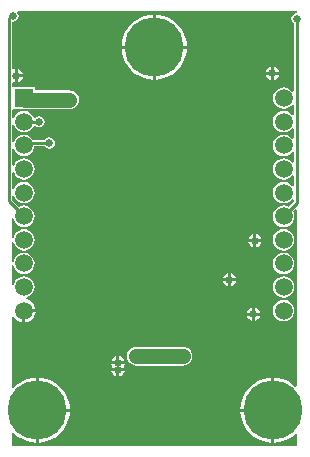
<source format=gbl>
%FSLAX24Y24*%
%MOIN*%
%SFA1B1*%

%IPPOS*%
%ADD15C,0.010000*%
%ADD17R,0.059100X0.059100*%
%ADD18C,0.059100*%
%ADD19C,0.196900*%
%ADD21C,0.025000*%
%ADD22C,0.050000*%
%LNpcb1-1*%
%LPD*%
G36*
X9750Y14687D02*
X9685Y14674D01*
X9623Y14633*
X9582Y14572*
X9568Y14500*
X9582Y14428*
X9623Y14367*
X9645Y14352*
Y12082*
X9595Y12065*
X9565Y12103*
X9491Y12160*
X9404Y12196*
X9311Y12208*
X9219Y12196*
X9132Y12160*
X9058Y12103*
X9001Y12029*
X8965Y11943*
X8953Y11850*
X8965Y11757*
X9001Y11671*
X9058Y11597*
X9132Y11540*
X9219Y11504*
X9311Y11492*
X9404Y11504*
X9491Y11540*
X9565Y11597*
X9595Y11635*
X9645Y11618*
Y11294*
X9595Y11277*
X9565Y11316*
X9491Y11373*
X9404Y11409*
X9311Y11421*
X9219Y11409*
X9132Y11373*
X9058Y11316*
X9001Y11242*
X8965Y11155*
X8953Y11063*
X8965Y10970*
X9001Y10883*
X9058Y10809*
X9132Y10752*
X9219Y10716*
X9311Y10704*
X9404Y10716*
X9491Y10752*
X9565Y10809*
X9595Y10848*
X9645Y10831*
Y10507*
X9595Y10490*
X9565Y10529*
X9491Y10586*
X9404Y10621*
X9311Y10634*
X9219Y10621*
X9132Y10586*
X9058Y10529*
X9001Y10454*
X8965Y10368*
X8953Y10275*
X8965Y10182*
X9001Y10096*
X9058Y10022*
X9132Y9965*
X9219Y9929*
X9311Y9917*
X9404Y9929*
X9491Y9965*
X9565Y10022*
X9595Y10061*
X9645Y10044*
Y9719*
X9595Y9702*
X9565Y9741*
X9491Y9798*
X9404Y9834*
X9311Y9846*
X9219Y9834*
X9132Y9798*
X9058Y9741*
X9001Y9667*
X8965Y9581*
X8953Y9488*
X8965Y9395*
X9001Y9309*
X9058Y9234*
X9132Y9177*
X9219Y9142*
X9311Y9129*
X9404Y9142*
X9491Y9177*
X9565Y9234*
X9595Y9273*
X9645Y9256*
Y8932*
X9595Y8915*
X9565Y8954*
X9491Y9011*
X9404Y9047*
X9311Y9059*
X9219Y9047*
X9132Y9011*
X9058Y8954*
X9001Y8880*
X8965Y8793*
X8953Y8700*
X8965Y8608*
X9001Y8521*
X9058Y8447*
X9132Y8390*
X9219Y8354*
X9311Y8342*
X9404Y8354*
X9491Y8390*
X9565Y8447*
X9595Y8486*
X9645Y8469*
Y8405*
X9471Y8231*
X9404Y8259*
X9311Y8271*
X9219Y8259*
X9132Y8223*
X9058Y8166*
X9001Y8092*
X8965Y8006*
X8953Y7913*
X8965Y7820*
X9001Y7734*
X9058Y7660*
X9132Y7603*
X9219Y7567*
X9311Y7555*
X9404Y7567*
X9491Y7603*
X9565Y7660*
X9622Y7734*
X9658Y7820*
X9670Y7913*
X9658Y8006*
X9630Y8073*
X9704Y8147*
X9750Y8128*
Y2258*
X9700Y2235*
X9589Y2330*
X9444Y2419*
X9286Y2484*
X9120Y2524*
X9000Y2534*
Y1450*
Y366*
X9120Y376*
X9286Y416*
X9444Y481*
X9589Y570*
X9700Y665*
X9750Y642*
Y250*
X250*
Y703*
X297Y721*
X331Y681*
X461Y570*
X606Y481*
X764Y416*
X930Y376*
X1050Y366*
Y1450*
Y2534*
X930Y2524*
X764Y2484*
X606Y2419*
X461Y2330*
X331Y2219*
X297Y2179*
X250Y2197*
Y4566*
X300Y4575*
X305Y4564*
X368Y4481*
X451Y4418*
X547Y4378*
X600Y4371*
Y4763*
X650*
Y4813*
X1042*
X1035Y4867*
X995Y4963*
X932Y5045*
X849Y5109*
X753Y5148*
X726Y5152*
Y5202*
X743Y5205*
X829Y5240*
X903Y5297*
X960Y5372*
X996Y5458*
X1008Y5551*
X996Y5644*
X960Y5730*
X903Y5804*
X829Y5861*
X743Y5897*
X650Y5909*
X557Y5897*
X471Y5861*
X397Y5804*
X340Y5730*
X304Y5644*
X300Y5614*
X250Y5617*
Y6272*
X300Y6275*
X304Y6245*
X340Y6159*
X397Y6085*
X471Y6028*
X557Y5992*
X650Y5980*
X743Y5992*
X829Y6028*
X903Y6085*
X960Y6159*
X996Y6245*
X1008Y6338*
X996Y6431*
X960Y6517*
X903Y6592*
X829Y6649*
X743Y6684*
X650Y6697*
X557Y6684*
X471Y6649*
X397Y6592*
X340Y6517*
X304Y6431*
X300Y6402*
X250Y6405*
Y7059*
X300Y7062*
X304Y7033*
X340Y6946*
X397Y6872*
X471Y6815*
X557Y6779*
X650Y6767*
X743Y6779*
X829Y6815*
X903Y6872*
X960Y6946*
X996Y7033*
X1008Y7126*
X996Y7218*
X960Y7305*
X903Y7379*
X829Y7436*
X743Y7472*
X650Y7484*
X557Y7472*
X471Y7436*
X397Y7379*
X340Y7305*
X304Y7218*
X300Y7189*
X250Y7192*
Y7846*
X300Y7850*
X304Y7820*
X340Y7734*
X397Y7660*
X471Y7603*
X557Y7567*
X650Y7555*
X743Y7567*
X829Y7603*
X903Y7660*
X960Y7734*
X996Y7820*
X1008Y7913*
X996Y8006*
X960Y8092*
X903Y8166*
X829Y8223*
X743Y8259*
X650Y8271*
X557Y8259*
X490Y8231*
X262Y8459*
Y8578*
X312Y8588*
X340Y8521*
X397Y8447*
X471Y8390*
X557Y8354*
X650Y8342*
X743Y8354*
X829Y8390*
X903Y8447*
X960Y8521*
X996Y8608*
X1008Y8700*
X996Y8793*
X960Y8880*
X903Y8954*
X829Y9011*
X743Y9047*
X650Y9059*
X557Y9047*
X471Y9011*
X397Y8954*
X340Y8880*
X312Y8813*
X262Y8823*
Y9365*
X312Y9375*
X340Y9309*
X397Y9234*
X471Y9177*
X557Y9142*
X650Y9129*
X743Y9142*
X829Y9177*
X903Y9234*
X960Y9309*
X996Y9395*
X1008Y9488*
X996Y9581*
X960Y9667*
X903Y9741*
X829Y9798*
X743Y9834*
X650Y9846*
X557Y9834*
X471Y9798*
X397Y9741*
X340Y9667*
X312Y9601*
X262Y9610*
Y10152*
X312Y10162*
X340Y10096*
X397Y10022*
X471Y9965*
X557Y9929*
X650Y9917*
X743Y9929*
X829Y9965*
X903Y10022*
X960Y10096*
X996Y10182*
X1003Y10238*
X1352*
X1367Y10217*
X1428Y10176*
X1500Y10161*
X1572Y10176*
X1633Y10217*
X1674Y10278*
X1689Y10350*
X1674Y10422*
X1633Y10483*
X1572Y10524*
X1500Y10539*
X1428Y10524*
X1367Y10483*
X1352Y10462*
X954*
X903Y10529*
X829Y10586*
X743Y10621*
X650Y10634*
X557Y10621*
X471Y10586*
X397Y10529*
X340Y10454*
X312Y10388*
X262Y10398*
Y10940*
X312Y10950*
X340Y10883*
X397Y10809*
X471Y10752*
X557Y10716*
X650Y10704*
X743Y10716*
X829Y10752*
X903Y10809*
X960Y10883*
X975Y10920*
X1027Y10929*
X1033Y10927*
X1090Y10888*
X1163Y10874*
X1235Y10888*
X1296Y10929*
X1337Y10990*
X1351Y11063*
X1337Y11135*
X1296Y11196*
X1235Y11237*
X1163Y11251*
X1090Y11237*
X1033Y11198*
X1027Y11196*
X975Y11205*
X960Y11242*
X903Y11316*
X829Y11373*
X743Y11409*
X650Y11421*
X557Y11409*
X471Y11373*
X397Y11316*
X340Y11242*
X312Y11175*
X262Y11185*
Y11458*
X295Y11495*
X312*
X644*
X700Y11487*
X2168*
X2249Y11498*
X2325Y11529*
X2390Y11579*
X2439Y11644*
X2471Y11719*
X2481Y11800*
X2471Y11881*
X2439Y11956*
X2390Y12021*
X2325Y12071*
X2249Y12102*
X2168Y12113*
X1005*
Y12205*
X312*
X295*
X262Y12242*
Y12368*
X306Y12392*
X312Y12388*
X350Y12381*
Y12600*
Y12819*
X312Y12812*
X306Y12808*
X262Y12832*
Y14378*
X285Y14396*
X357Y14410*
X418Y14451*
X459Y14512*
X473Y14585*
X459Y14657*
X430Y14700*
X453Y14750*
X9750*
Y14687*
G37*
%LNpcb1-2*%
%LPC*%
G36*
X8250Y4600D02*
X8081D01*
X8088Y4562*
X8138Y4488*
X8212Y4438*
X8250Y4431*
Y4600*
G37*
G36*
X9311Y5122D02*
X9219Y5110D01*
X9132Y5074*
X9058Y5017*
X9001Y4943*
X8965Y4856*
X8953Y4763*
X8965Y4671*
X9001Y4584*
X9058Y4510*
X9132Y4453*
X9219Y4417*
X9311Y4405*
X9404Y4417*
X9491Y4453*
X9565Y4510*
X9622Y4584*
X9658Y4671*
X9670Y4763*
X9658Y4856*
X9622Y4943*
X9565Y5017*
X9491Y5074*
X9404Y5110*
X9311Y5122*
G37*
G36*
X1042Y4713D02*
X700D01*
Y4371*
X753Y4378*
X849Y4418*
X932Y4481*
X995Y4564*
X1035Y4660*
X1042Y4713*
G37*
G36*
X8519Y4600D02*
X8350D01*
Y4431*
X8388Y4438*
X8462Y4488*
X8512Y4562*
X8519Y4600*
G37*
G36*
X9311Y5909D02*
X9219Y5897D01*
X9132Y5861*
X9058Y5804*
X9001Y5730*
X8965Y5644*
X8953Y5551*
X8965Y5458*
X9001Y5372*
X9058Y5297*
X9132Y5240*
X9219Y5205*
X9311Y5192*
X9404Y5205*
X9491Y5240*
X9565Y5297*
X9622Y5372*
X9658Y5458*
X9670Y5551*
X9658Y5644*
X9622Y5730*
X9565Y5804*
X9491Y5861*
X9404Y5897*
X9311Y5909*
G37*
G36*
X7450Y5750D02*
X7281D01*
X7288Y5712*
X7338Y5638*
X7412Y5588*
X7450Y5581*
Y5750*
G37*
G36*
X8250Y4869D02*
X8212Y4862D01*
X8138Y4812*
X8088Y4738*
X8081Y4700*
X8250*
Y4869*
G37*
G36*
X8350D02*
Y4700D01*
X8519*
X8512Y4738*
X8462Y4812*
X8388Y4862*
X8350Y4869*
G37*
G36*
X3837Y3257D02*
Y3087D01*
X4007*
X3999Y3125*
X3950Y3200*
X3875Y3249*
X3837Y3257*
G37*
G36*
X1150Y2534D02*
Y1500D01*
X2184*
X2174Y1620*
X2134Y1786*
X2069Y1944*
X1980Y2089*
X1869Y2219*
X1739Y2330*
X1594Y2419*
X1436Y2484*
X1270Y2524*
X1150Y2534*
G37*
G36*
X8900D02*
X8780Y2524D01*
X8614Y2484*
X8456Y2419*
X8311Y2330*
X8181Y2219*
X8070Y2089*
X7981Y1944*
X7916Y1786*
X7876Y1620*
X7866Y1500*
X8900*
Y2534*
G37*
G36*
X2184Y1400D02*
X1150D01*
Y366*
X1270Y376*
X1436Y416*
X1594Y481*
X1739Y570*
X1869Y681*
X1980Y811*
X2069Y956*
X2134Y1114*
X2174Y1280*
X2184Y1400*
G37*
G36*
X8900D02*
X7866D01*
X7876Y1280*
X7916Y1114*
X7981Y956*
X8070Y811*
X8181Y681*
X8311Y570*
X8456Y481*
X8614Y416*
X8780Y376*
X8900Y366*
Y1400*
G37*
G36*
X3737Y2750D02*
X3568D01*
X3575Y2712*
X3625Y2638*
X3700Y2588*
X3737Y2581*
Y2750*
G37*
G36*
X5950Y3563D02*
X4400D01*
X4319Y3552*
X4244Y3521*
X4179Y3471*
X4129Y3406*
X4098Y3331*
X4087Y3250*
X4098Y3169*
X4129Y3094*
X4179Y3029*
X4244Y2979*
X4319Y2948*
X4400Y2937*
X5950*
X6031Y2948*
X6106Y2979*
X6171Y3029*
X6221Y3094*
X6252Y3169*
X6263Y3250*
X6252Y3331*
X6221Y3406*
X6171Y3471*
X6106Y3521*
X6031Y3552*
X5950Y3563*
G37*
G36*
X3737Y3257D02*
X3700Y3249D01*
X3625Y3200*
X3575Y3125*
X3568Y3087*
X3737*
Y3257*
G37*
G36*
X4007Y2750D02*
X3837D01*
Y2581*
X3875Y2588*
X3950Y2638*
X3999Y2712*
X4007Y2750*
G37*
G36*
Y2987D02*
X3568D01*
X3575Y2950*
X3596Y2919*
X3575Y2888*
X3568Y2850*
X4007*
X3999Y2888*
X3979Y2919*
X3999Y2950*
X4007Y2987*
G37*
G36*
X7719Y5750D02*
X7550D01*
Y5581*
X7588Y5588*
X7662Y5638*
X7712Y5712*
X7719Y5750*
G37*
G36*
X4950Y13500D02*
X3916D01*
X3926Y13380*
X3966Y13214*
X4031Y13056*
X4120Y12911*
X4231Y12781*
X4361Y12670*
X4506Y12581*
X4664Y12516*
X4830Y12476*
X4950Y12466*
Y13500*
G37*
G36*
X6084D02*
X5050D01*
Y12466*
X5170Y12476*
X5336Y12516*
X5494Y12581*
X5639Y12670*
X5769Y12781*
X5880Y12911*
X5969Y13056*
X6034Y13214*
X6074Y13380*
X6084Y13500*
G37*
G36*
X8883Y12630D02*
X8713D01*
X8721Y12593*
X8771Y12518*
X8845Y12469*
X8883Y12461*
Y12630*
G37*
G36*
X9152D02*
X8983D01*
Y12461*
X9021Y12469*
X9095Y12518*
X9145Y12593*
X9152Y12630*
G37*
G36*
X450Y12819D02*
Y12650D01*
X619*
X612Y12688*
X562Y12762*
X488Y12812*
X450Y12819*
G37*
G36*
X4950Y14634D02*
X4830Y14624D01*
X4664Y14584*
X4506Y14519*
X4361Y14430*
X4231Y14319*
X4120Y14189*
X4031Y14044*
X3966Y13886*
X3926Y13720*
X3916Y13600*
X4950*
Y14634*
G37*
G36*
X5050D02*
Y13600D01*
X6084*
X6074Y13720*
X6034Y13886*
X5969Y14044*
X5880Y14189*
X5769Y14319*
X5639Y14430*
X5494Y14519*
X5336Y14584*
X5170Y14624*
X5050Y14634*
G37*
G36*
X8883Y12900D02*
X8845Y12892D01*
X8771Y12843*
X8721Y12768*
X8713Y12730*
X8883*
Y12900*
G37*
G36*
X8983D02*
Y12730D01*
X9152*
X9145Y12768*
X9095Y12843*
X9021Y12892*
X8983Y12900*
G37*
G36*
X9311Y6697D02*
X9219Y6684D01*
X9132Y6649*
X9058Y6592*
X9001Y6517*
X8965Y6431*
X8953Y6338*
X8965Y6245*
X9001Y6159*
X9058Y6085*
X9132Y6028*
X9219Y5992*
X9311Y5980*
X9404Y5992*
X9491Y6028*
X9565Y6085*
X9622Y6159*
X9658Y6245*
X9670Y6338*
X9658Y6431*
X9622Y6517*
X9565Y6592*
X9491Y6649*
X9404Y6684*
X9311Y6697*
G37*
G36*
Y7484D02*
X9219Y7472D01*
X9132Y7436*
X9058Y7379*
X9001Y7305*
X8965Y7218*
X8953Y7126*
X8965Y7033*
X9001Y6946*
X9058Y6872*
X9132Y6815*
X9219Y6779*
X9311Y6767*
X9404Y6779*
X9491Y6815*
X9565Y6872*
X9622Y6946*
X9658Y7033*
X9670Y7126*
X9658Y7218*
X9622Y7305*
X9565Y7379*
X9491Y7436*
X9404Y7472*
X9311Y7484*
G37*
G36*
X7450Y6019D02*
X7412Y6012D01*
X7338Y5962*
X7288Y5888*
X7281Y5850*
X7450*
Y6019*
G37*
G36*
X7550D02*
Y5850D01*
X7719*
X7712Y5888*
X7662Y5962*
X7588Y6012*
X7550Y6019*
G37*
G36*
X8300Y7050D02*
X8131D01*
X8138Y7012*
X8188Y6938*
X8262Y6888*
X8300Y6881*
Y7050*
G37*
G36*
X8400Y7319D02*
Y7150D01*
X8569*
X8562Y7188*
X8512Y7262*
X8438Y7312*
X8400Y7319*
G37*
G36*
X619Y12550D02*
X450D01*
Y12381*
X488Y12388*
X562Y12438*
X612Y12512*
X619Y12550*
G37*
G36*
X8569Y7050D02*
X8400D01*
Y6881*
X8438Y6888*
X8512Y6938*
X8562Y7012*
X8569Y7050*
G37*
G36*
X8300Y7319D02*
X8262Y7312D01*
X8188Y7262*
X8138Y7188*
X8131Y7150*
X8300*
Y7319*
G37*
%LNpcb1-3*%
%LPD*%
G54D15*
X9311Y7913D02*
X9757Y8358D01*
Y14500*
X650Y10275D02*
D01*
Y11063D02*
X1163D01*
X650Y10275D02*
X725Y10350D01*
X1500*
X150Y8413D02*
X650Y7913D01*
X150Y8413D02*
Y14514D01*
X285Y14585*
G54D17*
X650Y11850D03*
G54D18*
X650Y11063D03*
Y10275D03*
Y9488D03*
Y8700D03*
Y7913D03*
Y7126D03*
Y6338D03*
Y5551D03*
Y4763D03*
X9311D03*
Y5551D03*
Y6338D03*
Y7126D03*
Y7913D03*
Y8700D03*
Y9488D03*
Y10275D03*
Y11063D03*
Y11850D03*
G54D19*
X1100Y1450D03*
X8950D03*
X5000Y13550D03*
G54D21*
X5900Y3250D03*
X7500Y5800D03*
X8300Y4650D03*
X8350Y7100D03*
X3787Y3037D03*
X285Y14585D03*
X3787Y2800D03*
X9757Y14500D03*
X2168Y11800D03*
X4400Y3250D03*
X1163Y11063D03*
X1500Y10350D03*
X400Y12600D03*
X8933Y12680D03*
G54D22*
X4400Y3250D02*
X5950D01*
X650Y11850D02*
X700Y11800D01*
X2168*
M02*
</source>
